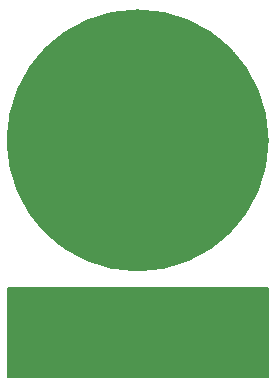
<source format=gbr>
%TF.GenerationSoftware,KiCad,Pcbnew,8.0.1*%
%TF.CreationDate,2024-04-05T10:08:28-05:00*%
%TF.ProjectId,UWB_Antenna_Circular,5557425f-416e-4746-956e-6e615f436972,rev?*%
%TF.SameCoordinates,Original*%
%TF.FileFunction,Copper,L1,Top*%
%TF.FilePolarity,Positive*%
%FSLAX46Y46*%
G04 Gerber Fmt 4.6, Leading zero omitted, Abs format (unit mm)*
G04 Created by KiCad (PCBNEW 8.0.1) date 2024-04-05 10:08:28*
%MOMM*%
%LPD*%
G01*
G04 APERTURE LIST*
%TA.AperFunction,Conductor*%
%ADD10C,11.100000*%
%TD*%
%TA.AperFunction,Conductor*%
%ADD11C,0.200000*%
%TD*%
%TA.AperFunction,SMDPad,CuDef*%
%ADD12R,2.000000X2.000000*%
%TD*%
%TA.AperFunction,SMDPad,CuDef*%
%ADD13R,1.000000X1.000000*%
%TD*%
G04 APERTURE END LIST*
%TO.N,/sig*%
D10*
X107050000Y-81500000D02*
G75*
G02*
X95950000Y-81500000I-5550000J0D01*
G01*
X95950000Y-81500000D02*
G75*
G02*
X107050000Y-81500000I5550000J0D01*
G01*
%TO.N,GND*%
D11*
X90500000Y-94000000D02*
X112500000Y-94000000D01*
X112500000Y-101500000D01*
X90500000Y-101500000D01*
X90500000Y-94000000D01*
%TA.AperFunction,Conductor*%
G36*
X90500000Y-94000000D02*
G01*
X112500000Y-94000000D01*
X112500000Y-101500000D01*
X90500000Y-101500000D01*
X90500000Y-94000000D01*
G37*
%TD.AperFunction*%
%TD*%
D12*
%TO.P,TP1,1,1*%
%TO.N,GND*%
X99500000Y-95400000D03*
%TD*%
%TO.P,TP2,1,1*%
%TO.N,GND*%
X103500000Y-95400000D03*
%TD*%
D13*
%TO.P,TP3,1,1*%
%TO.N,/sig*%
X101500000Y-91600000D03*
%TD*%
M02*

</source>
